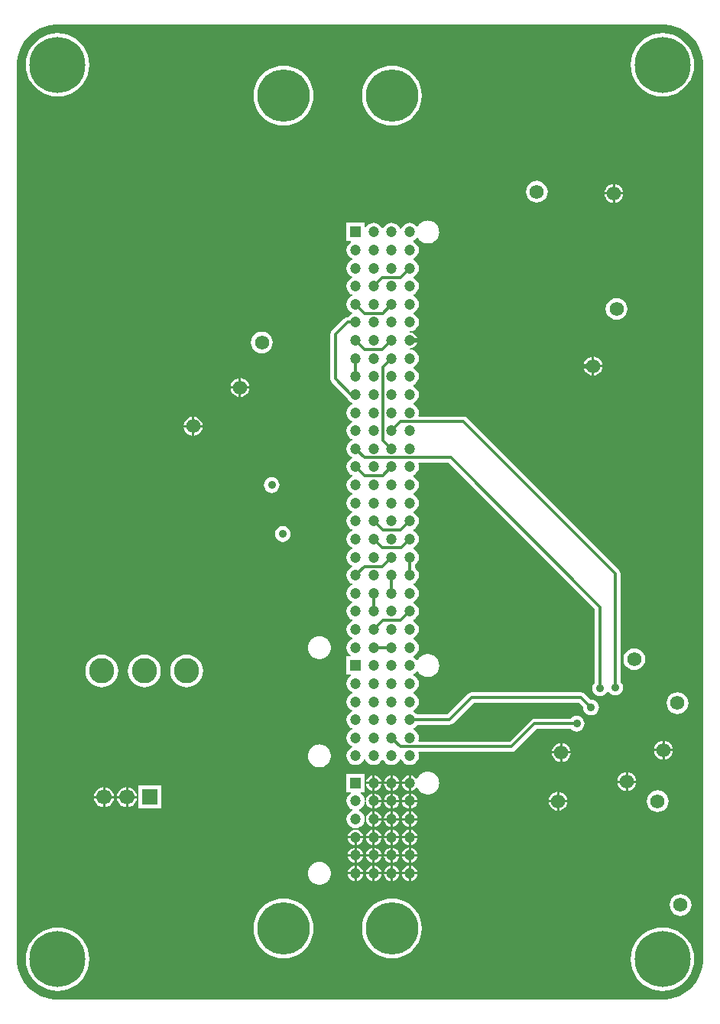
<source format=gbl>
G04 Layer_Physical_Order=8*
G04 Layer_Color=16711680*
%FSLAX25Y25*%
%MOIN*%
G70*
G01*
G75*
%ADD21C,0.01200*%
%ADD23C,0.02000*%
%ADD24C,0.11024*%
%ADD25C,0.06693*%
%ADD26R,0.06693X0.06693*%
%ADD27C,0.04724*%
%ADD28R,0.04724X0.04724*%
%ADD29C,0.06200*%
%ADD30C,0.24410*%
%ADD31C,0.03600*%
%ADD32C,0.22835*%
G36*
X365655Y426793D02*
X367889Y426194D01*
X370026Y425309D01*
X372029Y424152D01*
X373864Y422744D01*
X375500Y421108D01*
X376908Y419273D01*
X378065Y417270D01*
X378950Y415133D01*
X379549Y412899D01*
X379851Y410605D01*
Y409449D01*
Y19685D01*
Y18528D01*
X379549Y16235D01*
X378950Y14001D01*
X378065Y11864D01*
X376908Y9860D01*
X375500Y8025D01*
X373864Y6390D01*
X372029Y4981D01*
X370026Y3825D01*
X367889Y2940D01*
X365655Y2341D01*
X363361Y2039D01*
X97269D01*
X94975Y2341D01*
X92741Y2940D01*
X90604Y3825D01*
X88601Y4981D01*
X86765Y6390D01*
X85130Y8025D01*
X83722Y9860D01*
X82565Y11864D01*
X81680Y14001D01*
X81081Y16235D01*
X80779Y18528D01*
Y19685D01*
Y409449D01*
Y410605D01*
X81081Y412899D01*
X81680Y415133D01*
X82565Y417270D01*
X83722Y419273D01*
X85130Y421108D01*
X86765Y422744D01*
X88601Y424152D01*
X90604Y425309D01*
X92741Y426194D01*
X94975Y426793D01*
X97269Y427095D01*
X363361D01*
X365655Y426793D01*
D02*
G37*
%LPC*%
G36*
X362205Y423296D02*
X360038Y423126D01*
X357926Y422618D01*
X355918Y421787D01*
X354065Y420652D01*
X352413Y419240D01*
X351002Y417588D01*
X349867Y415735D01*
X349035Y413728D01*
X348528Y411615D01*
X348357Y409449D01*
X348528Y407283D01*
X349035Y405170D01*
X349867Y403162D01*
X351002Y401309D01*
X352413Y399657D01*
X354065Y398246D01*
X355918Y397111D01*
X357926Y396279D01*
X360038Y395772D01*
X362205Y395601D01*
X364371Y395772D01*
X366484Y396279D01*
X368491Y397111D01*
X370344Y398246D01*
X371996Y399657D01*
X373408Y401309D01*
X374543Y403162D01*
X375374Y405170D01*
X375882Y407283D01*
X376052Y409449D01*
X375882Y411615D01*
X375374Y413728D01*
X374543Y415735D01*
X373408Y417588D01*
X371996Y419240D01*
X370344Y420652D01*
X368491Y421787D01*
X366484Y422618D01*
X364371Y423126D01*
X362205Y423296D01*
D02*
G37*
G36*
X98425D02*
X96259Y423126D01*
X94146Y422618D01*
X92139Y421787D01*
X90286Y420652D01*
X88634Y419240D01*
X87222Y417588D01*
X86087Y415735D01*
X85255Y413728D01*
X84748Y411615D01*
X84578Y409449D01*
X84748Y407283D01*
X85255Y405170D01*
X86087Y403162D01*
X87222Y401309D01*
X88634Y399657D01*
X90286Y398246D01*
X92139Y397111D01*
X94146Y396279D01*
X96259Y395772D01*
X98425Y395601D01*
X100591Y395772D01*
X102704Y396279D01*
X104712Y397111D01*
X106564Y398246D01*
X108217Y399657D01*
X109628Y401309D01*
X110763Y403162D01*
X111595Y405170D01*
X112102Y407283D01*
X112273Y409449D01*
X112102Y411615D01*
X111595Y413728D01*
X110763Y415735D01*
X109628Y417588D01*
X108217Y419240D01*
X106564Y420652D01*
X104712Y421787D01*
X102704Y422618D01*
X100591Y423126D01*
X98425Y423296D01*
D02*
G37*
G36*
X244193Y409071D02*
X242150Y408911D01*
X240158Y408432D01*
X238265Y407648D01*
X236518Y406578D01*
X234960Y405247D01*
X233629Y403689D01*
X232558Y401942D01*
X231774Y400049D01*
X231296Y398056D01*
X231135Y396014D01*
X231296Y393971D01*
X231774Y391979D01*
X232558Y390086D01*
X233629Y388339D01*
X234960Y386781D01*
X236518Y385450D01*
X238265Y384379D01*
X240158Y383595D01*
X242150Y383117D01*
X244193Y382956D01*
X246236Y383117D01*
X248228Y383595D01*
X250121Y384379D01*
X251868Y385450D01*
X253426Y386781D01*
X254757Y388339D01*
X255827Y390086D01*
X256611Y391979D01*
X257090Y393971D01*
X257250Y396014D01*
X257090Y398056D01*
X256611Y400049D01*
X255827Y401942D01*
X254757Y403689D01*
X253426Y405247D01*
X251868Y406578D01*
X250121Y407648D01*
X248228Y408432D01*
X246236Y408911D01*
X244193Y409071D01*
D02*
G37*
G36*
X196949D02*
X194906Y408911D01*
X192914Y408432D01*
X191021Y407648D01*
X189274Y406578D01*
X187716Y405247D01*
X186385Y403689D01*
X185314Y401942D01*
X184530Y400049D01*
X184052Y398056D01*
X183891Y396014D01*
X184052Y393971D01*
X184530Y391979D01*
X185314Y390086D01*
X186385Y388339D01*
X187716Y386781D01*
X189274Y385450D01*
X191021Y384379D01*
X192914Y383595D01*
X194906Y383117D01*
X196949Y382956D01*
X198992Y383117D01*
X200984Y383595D01*
X202877Y384379D01*
X204624Y385450D01*
X206182Y386781D01*
X207513Y388339D01*
X208583Y390086D01*
X209367Y391979D01*
X209846Y393971D01*
X210006Y396014D01*
X209846Y398056D01*
X209367Y400049D01*
X208583Y401942D01*
X207513Y403689D01*
X206182Y405247D01*
X204624Y406578D01*
X202877Y407648D01*
X200984Y408432D01*
X198992Y408911D01*
X196949Y409071D01*
D02*
G37*
G36*
X341553Y357517D02*
Y353947D01*
X345123D01*
X345047Y354517D01*
X344634Y355515D01*
X343977Y356371D01*
X343121Y357028D01*
X342123Y357441D01*
X341553Y357517D01*
D02*
G37*
G36*
X340553D02*
X339983Y357441D01*
X338985Y357028D01*
X338129Y356371D01*
X337472Y355515D01*
X337058Y354517D01*
X336983Y353947D01*
X340553D01*
Y357517D01*
D02*
G37*
G36*
X307400Y358941D02*
X306173Y358779D01*
X305030Y358306D01*
X304048Y357552D01*
X303294Y356570D01*
X302821Y355427D01*
X302659Y354200D01*
X302821Y352973D01*
X303294Y351830D01*
X304048Y350848D01*
X305030Y350095D01*
X306173Y349621D01*
X307400Y349459D01*
X308627Y349621D01*
X309770Y350095D01*
X310752Y350848D01*
X311506Y351830D01*
X311979Y352973D01*
X312141Y354200D01*
X311979Y355427D01*
X311506Y356570D01*
X310752Y357552D01*
X309770Y358306D01*
X308627Y358779D01*
X307400Y358941D01*
D02*
G37*
G36*
X345123Y352947D02*
X341553D01*
Y349377D01*
X342123Y349453D01*
X343121Y349866D01*
X343977Y350523D01*
X344634Y351379D01*
X345047Y352377D01*
X345123Y352947D01*
D02*
G37*
G36*
X340553D02*
X336983D01*
X337058Y352377D01*
X337472Y351379D01*
X338129Y350523D01*
X338985Y349866D01*
X339983Y349453D01*
X340553Y349377D01*
Y352947D01*
D02*
G37*
G36*
X260133Y341608D02*
X259552D01*
X259355Y341569D01*
X259154Y341569D01*
X258583Y341455D01*
X258398Y341378D01*
X258201Y341339D01*
X257663Y341117D01*
X257497Y341005D01*
X257311Y340928D01*
X256827Y340605D01*
X256685Y340463D01*
X256518Y340352D01*
X256107Y339940D01*
X255995Y339773D01*
X255854Y339631D01*
X255586Y339231D01*
X255279Y339160D01*
X255007Y339174D01*
X254997Y339178D01*
X254794Y339442D01*
X253967Y340077D01*
X253003Y340476D01*
X251969Y340613D01*
X250934Y340476D01*
X249970Y340077D01*
X249143Y339442D01*
X248507Y338614D01*
X248302Y338118D01*
X247761D01*
X247555Y338614D01*
X246920Y339442D01*
X246093Y340077D01*
X245129Y340476D01*
X244094Y340613D01*
X243060Y340476D01*
X242096Y340077D01*
X241269Y339442D01*
X240634Y338614D01*
X240428Y338118D01*
X239887D01*
X239682Y338614D01*
X239046Y339442D01*
X238219Y340077D01*
X237255Y340476D01*
X236221Y340613D01*
X235186Y340476D01*
X234222Y340077D01*
X233395Y339442D01*
X232809Y338678D01*
X232577Y338696D01*
X232309Y338817D01*
Y340578D01*
X224384D01*
Y332654D01*
X226146D01*
X226267Y332385D01*
X226284Y332154D01*
X225521Y331568D01*
X224886Y330740D01*
X224486Y329777D01*
X224350Y328742D01*
X224486Y327708D01*
X224886Y326744D01*
X225521Y325916D01*
X226348Y325281D01*
X226844Y325076D01*
Y324535D01*
X226348Y324329D01*
X225521Y323694D01*
X224886Y322866D01*
X224486Y321902D01*
X224350Y320868D01*
X224486Y319834D01*
X224886Y318870D01*
X225521Y318042D01*
X226348Y317407D01*
X226844Y317202D01*
Y316660D01*
X226348Y316455D01*
X225521Y315820D01*
X224886Y314992D01*
X224486Y314028D01*
X224350Y312994D01*
X224486Y311960D01*
X224886Y310996D01*
X225521Y310168D01*
X226348Y309533D01*
X226844Y309328D01*
Y308787D01*
X226348Y308581D01*
X225521Y307946D01*
X224886Y307118D01*
X224486Y306154D01*
X224350Y305120D01*
X224486Y304086D01*
X224886Y303122D01*
X225521Y302294D01*
X226348Y301659D01*
X226844Y301454D01*
Y300912D01*
X226348Y300707D01*
X225521Y300072D01*
X225073Y299489D01*
X224846D01*
X223988Y299318D01*
X223260Y298832D01*
X218014Y293586D01*
X217528Y292858D01*
X217357Y292000D01*
Y272600D01*
X217528Y271742D01*
X218014Y271014D01*
X224609Y264418D01*
X224886Y263752D01*
X225521Y262924D01*
X226348Y262289D01*
X226844Y262084D01*
Y261542D01*
X226348Y261337D01*
X225521Y260702D01*
X224886Y259874D01*
X224486Y258910D01*
X224350Y257876D01*
X224486Y256842D01*
X224886Y255878D01*
X225521Y255050D01*
X226348Y254415D01*
X226844Y254210D01*
Y253668D01*
X226348Y253463D01*
X225521Y252828D01*
X224886Y252000D01*
X224486Y251036D01*
X224350Y250002D01*
X224486Y248968D01*
X224886Y248004D01*
X225521Y247176D01*
X226348Y246541D01*
X226844Y246336D01*
Y245794D01*
X226348Y245589D01*
X225521Y244954D01*
X224886Y244126D01*
X224486Y243162D01*
X224350Y242128D01*
X224486Y241094D01*
X224886Y240130D01*
X225521Y239302D01*
X226348Y238667D01*
X226844Y238461D01*
Y237920D01*
X226348Y237715D01*
X225521Y237080D01*
X224886Y236252D01*
X224486Y235288D01*
X224350Y234254D01*
X224486Y233220D01*
X224886Y232256D01*
X225521Y231428D01*
X226348Y230793D01*
X226844Y230588D01*
Y230046D01*
X226348Y229841D01*
X225521Y229206D01*
X224886Y228378D01*
X224486Y227414D01*
X224350Y226380D01*
X224486Y225346D01*
X224886Y224382D01*
X225521Y223554D01*
X226348Y222919D01*
X226844Y222713D01*
Y222172D01*
X226348Y221967D01*
X225521Y221332D01*
X224886Y220504D01*
X224486Y219540D01*
X224350Y218506D01*
X224486Y217472D01*
X224886Y216508D01*
X225521Y215680D01*
X226348Y215045D01*
X226844Y214840D01*
Y214298D01*
X226348Y214093D01*
X225521Y213458D01*
X224886Y212630D01*
X224486Y211666D01*
X224350Y210632D01*
X224486Y209598D01*
X224886Y208634D01*
X225521Y207806D01*
X226348Y207171D01*
X226844Y206965D01*
Y206424D01*
X226348Y206219D01*
X225521Y205584D01*
X224886Y204756D01*
X224486Y203792D01*
X224350Y202758D01*
X224486Y201724D01*
X224886Y200760D01*
X225521Y199932D01*
X226348Y199297D01*
X226844Y199091D01*
Y198550D01*
X226348Y198345D01*
X225521Y197710D01*
X224886Y196882D01*
X224486Y195918D01*
X224350Y194884D01*
X224486Y193850D01*
X224886Y192886D01*
X225521Y192058D01*
X226348Y191423D01*
X226844Y191218D01*
Y190676D01*
X226348Y190471D01*
X225521Y189836D01*
X224886Y189008D01*
X224486Y188044D01*
X224350Y187010D01*
X224486Y185976D01*
X224886Y185012D01*
X225521Y184184D01*
X226348Y183549D01*
X226844Y183343D01*
Y182802D01*
X226348Y182597D01*
X225521Y181962D01*
X224886Y181134D01*
X224486Y180170D01*
X224350Y179136D01*
X224486Y178102D01*
X224886Y177138D01*
X225521Y176310D01*
X226348Y175675D01*
X226844Y175469D01*
Y174928D01*
X226348Y174723D01*
X225521Y174088D01*
X224886Y173260D01*
X224486Y172296D01*
X224350Y171262D01*
X224486Y170228D01*
X224886Y169264D01*
X225521Y168436D01*
X226348Y167801D01*
X226844Y167595D01*
Y167054D01*
X226348Y166849D01*
X225521Y166214D01*
X224886Y165386D01*
X224486Y164422D01*
X224350Y163388D01*
X224486Y162354D01*
X224886Y161390D01*
X225521Y160562D01*
X226348Y159927D01*
X226844Y159721D01*
Y159180D01*
X226348Y158975D01*
X225521Y158340D01*
X224886Y157512D01*
X224486Y156548D01*
X224350Y155514D01*
X224486Y154479D01*
X224886Y153516D01*
X225521Y152688D01*
X226286Y152101D01*
X226269Y151876D01*
X226147Y151601D01*
X224384D01*
Y143677D01*
X226146D01*
X226267Y143408D01*
X226284Y143177D01*
X225521Y142591D01*
X224886Y141763D01*
X224486Y140799D01*
X224350Y139765D01*
X224486Y138730D01*
X224886Y137767D01*
X225521Y136939D01*
X226348Y136304D01*
X226844Y136098D01*
Y135557D01*
X226348Y135352D01*
X225521Y134717D01*
X224886Y133889D01*
X224486Y132925D01*
X224350Y131891D01*
X224486Y130856D01*
X224886Y129893D01*
X225521Y129065D01*
X226348Y128430D01*
X226844Y128224D01*
Y127683D01*
X226348Y127478D01*
X225521Y126843D01*
X224886Y126015D01*
X224486Y125051D01*
X224350Y124017D01*
X224486Y122982D01*
X224886Y122019D01*
X225521Y121191D01*
X226348Y120556D01*
X226844Y120350D01*
Y119809D01*
X226348Y119604D01*
X225521Y118969D01*
X224886Y118141D01*
X224486Y117177D01*
X224350Y116143D01*
X224486Y115108D01*
X224886Y114145D01*
X225521Y113317D01*
X226348Y112682D01*
X226844Y112476D01*
Y111935D01*
X226348Y111730D01*
X225521Y111095D01*
X224886Y110267D01*
X224486Y109303D01*
X224350Y108269D01*
X224486Y107234D01*
X224886Y106271D01*
X225521Y105443D01*
X226348Y104808D01*
X227312Y104409D01*
X228346Y104272D01*
X229381Y104409D01*
X230345Y104808D01*
X231172Y105443D01*
X231807Y106271D01*
X232013Y106766D01*
X232554D01*
X232759Y106271D01*
X233395Y105443D01*
X234222Y104808D01*
X235186Y104409D01*
X236221Y104272D01*
X237255Y104409D01*
X238219Y104808D01*
X239046Y105443D01*
X239682Y106271D01*
X239887Y106766D01*
X240428D01*
X240634Y106271D01*
X241269Y105443D01*
X242096Y104808D01*
X243060Y104409D01*
X244094Y104272D01*
X245129Y104409D01*
X246093Y104808D01*
X246920Y105443D01*
X247555Y106271D01*
X247761Y106766D01*
X248302D01*
X248507Y106271D01*
X249143Y105443D01*
X249970Y104808D01*
X250934Y104409D01*
X251969Y104272D01*
X253003Y104409D01*
X253967Y104808D01*
X254794Y105443D01*
X255430Y106271D01*
X255829Y107234D01*
X255965Y108269D01*
X255829Y109303D01*
X255689Y109641D01*
X255966Y110057D01*
X296400D01*
X297258Y110228D01*
X297986Y110714D01*
X307329Y120057D01*
X322236D01*
X322375Y119875D01*
X323085Y119330D01*
X323912Y118988D01*
X324800Y118871D01*
X325688Y118988D01*
X326515Y119330D01*
X327225Y119875D01*
X327770Y120585D01*
X328113Y121412D01*
X328229Y122300D01*
X328113Y123188D01*
X327770Y124015D01*
X327225Y124725D01*
X326515Y125270D01*
X325688Y125612D01*
X324800Y125729D01*
X323912Y125612D01*
X323085Y125270D01*
X322375Y124725D01*
X322236Y124543D01*
X306400D01*
X305542Y124372D01*
X304814Y123886D01*
X295471Y114543D01*
X256045D01*
X255767Y114959D01*
X255829Y115108D01*
X255965Y116143D01*
X255829Y117177D01*
X255430Y118141D01*
X254794Y118969D01*
X253967Y119604D01*
X253471Y119809D01*
Y120350D01*
X253967Y120556D01*
X254794Y121191D01*
X255242Y121774D01*
X269217D01*
X270075Y121944D01*
X270803Y122431D01*
X279929Y131557D01*
X325771D01*
X327701Y129627D01*
X327671Y129400D01*
X327787Y128512D01*
X328130Y127685D01*
X328675Y126975D01*
X329385Y126430D01*
X330212Y126087D01*
X331100Y125971D01*
X331988Y126087D01*
X332815Y126430D01*
X333525Y126975D01*
X334070Y127685D01*
X334413Y128512D01*
X334529Y129400D01*
X334413Y130288D01*
X334070Y131115D01*
X333525Y131825D01*
X332815Y132370D01*
X331988Y132712D01*
X331100Y132829D01*
X330873Y132799D01*
X328286Y135386D01*
X327558Y135872D01*
X326700Y136043D01*
X279000D01*
X278142Y135872D01*
X277414Y135386D01*
X268288Y126260D01*
X255242D01*
X254794Y126843D01*
X253967Y127478D01*
X253471Y127683D01*
Y128224D01*
X253967Y128430D01*
X254794Y129065D01*
X255430Y129893D01*
X255829Y130856D01*
X255965Y131891D01*
X255829Y132925D01*
X255430Y133889D01*
X254794Y134717D01*
X253967Y135352D01*
X253471Y135557D01*
Y136098D01*
X253967Y136304D01*
X254794Y136939D01*
X255430Y137767D01*
X255829Y138730D01*
X255965Y139765D01*
X255829Y140799D01*
X255430Y141763D01*
X254794Y142591D01*
X253967Y143226D01*
X253471Y143431D01*
Y143972D01*
X253967Y144178D01*
X254794Y144813D01*
X254997Y145076D01*
X255007Y145081D01*
X255279Y145095D01*
X255586Y145024D01*
X255854Y144624D01*
X255995Y144482D01*
X256107Y144315D01*
X256518Y143903D01*
X256685Y143792D01*
X256827Y143650D01*
X257311Y143326D01*
X257497Y143250D01*
X257663Y143138D01*
X258201Y142915D01*
X258398Y142876D01*
X258583Y142799D01*
X259154Y142686D01*
X259355D01*
X259552Y142647D01*
X260133D01*
X260330Y142686D01*
X260531D01*
X261102Y142799D01*
X261287Y142876D01*
X261484Y142915D01*
X262021Y143138D01*
X262189Y143250D01*
X262374Y143326D01*
X262858Y143650D01*
X263000Y143792D01*
X263167Y143903D01*
X263578Y144315D01*
X263690Y144482D01*
X263832Y144624D01*
X264155Y145107D01*
X264232Y145293D01*
X264343Y145460D01*
X264566Y145997D01*
X264605Y146194D01*
X264682Y146380D01*
X264795Y146950D01*
X264795Y147151D01*
X264834Y147348D01*
Y147930D01*
X264795Y148127D01*
X264795Y148327D01*
X264682Y148898D01*
X264605Y149083D01*
X264566Y149280D01*
X264343Y149818D01*
X264232Y149985D01*
X264155Y150170D01*
X263832Y150654D01*
X263690Y150796D01*
X263578Y150963D01*
X263167Y151374D01*
X263000Y151486D01*
X262858Y151628D01*
X262374Y151951D01*
X262189Y152028D01*
X262021Y152139D01*
X261484Y152362D01*
X261287Y152401D01*
X261102Y152478D01*
X260531Y152592D01*
X260330Y152592D01*
X260133Y152631D01*
X259552D01*
X259355Y152592D01*
X259154Y152592D01*
X258583Y152478D01*
X258398Y152401D01*
X258201Y152362D01*
X257663Y152139D01*
X257497Y152028D01*
X257311Y151951D01*
X256827Y151628D01*
X256685Y151486D01*
X256518Y151374D01*
X256107Y150963D01*
X255995Y150796D01*
X255854Y150654D01*
X255586Y150254D01*
X255279Y150183D01*
X255007Y150196D01*
X254997Y150201D01*
X254794Y150465D01*
X253967Y151100D01*
X253469Y151306D01*
Y151847D01*
X253967Y152053D01*
X254794Y152688D01*
X255430Y153516D01*
X255829Y154479D01*
X255965Y155514D01*
X255829Y156548D01*
X255430Y157512D01*
X254794Y158340D01*
X253967Y158975D01*
X253471Y159180D01*
Y159721D01*
X253967Y159927D01*
X254794Y160562D01*
X255430Y161390D01*
X255829Y162354D01*
X255965Y163388D01*
X255829Y164422D01*
X255430Y165386D01*
X254794Y166214D01*
X253967Y166849D01*
X253471Y167054D01*
Y167595D01*
X253967Y167801D01*
X254794Y168436D01*
X255430Y169264D01*
X255829Y170228D01*
X255965Y171262D01*
X255829Y172296D01*
X255430Y173260D01*
X254794Y174088D01*
X253967Y174723D01*
X253471Y174928D01*
Y175469D01*
X253967Y175675D01*
X254794Y176310D01*
X255430Y177138D01*
X255829Y178102D01*
X255965Y179136D01*
X255829Y180170D01*
X255430Y181134D01*
X254794Y181962D01*
X253967Y182597D01*
X253471Y182802D01*
Y183343D01*
X253967Y183549D01*
X254794Y184184D01*
X255430Y185012D01*
X255829Y185976D01*
X255965Y187010D01*
X255829Y188044D01*
X255430Y189008D01*
X254794Y189836D01*
X254212Y190283D01*
Y191611D01*
X254794Y192058D01*
X255430Y192886D01*
X255829Y193850D01*
X255965Y194884D01*
X255829Y195918D01*
X255430Y196882D01*
X254794Y197710D01*
X253967Y198345D01*
X253471Y198550D01*
Y199091D01*
X253967Y199297D01*
X254794Y199932D01*
X255430Y200760D01*
X255829Y201724D01*
X255965Y202758D01*
X255829Y203792D01*
X255430Y204756D01*
X254794Y205584D01*
X253967Y206219D01*
X253471Y206424D01*
Y206965D01*
X253967Y207171D01*
X254794Y207806D01*
X255430Y208634D01*
X255829Y209598D01*
X255965Y210632D01*
X255829Y211666D01*
X255430Y212630D01*
X254794Y213458D01*
X253967Y214093D01*
X253471Y214298D01*
Y214840D01*
X253967Y215045D01*
X254794Y215680D01*
X255430Y216508D01*
X255829Y217472D01*
X255965Y218506D01*
X255829Y219540D01*
X255430Y220504D01*
X254794Y221332D01*
X253967Y221967D01*
X253471Y222172D01*
Y222713D01*
X253967Y222919D01*
X254794Y223554D01*
X255430Y224382D01*
X255829Y225346D01*
X255965Y226380D01*
X255829Y227414D01*
X255430Y228378D01*
X254794Y229206D01*
X253967Y229841D01*
X253471Y230046D01*
Y230588D01*
X253967Y230793D01*
X254794Y231428D01*
X255430Y232256D01*
X255829Y233220D01*
X255965Y234254D01*
X255829Y235288D01*
X255683Y235641D01*
X255960Y236057D01*
X268971D01*
X332757Y172271D01*
Y140364D01*
X332575Y140225D01*
X332030Y139515D01*
X331687Y138688D01*
X331571Y137800D01*
X331687Y136912D01*
X332030Y136085D01*
X332575Y135375D01*
X333285Y134830D01*
X334112Y134487D01*
X335000Y134371D01*
X335888Y134487D01*
X336715Y134830D01*
X337425Y135375D01*
X337970Y136085D01*
X338141Y136500D01*
X338683D01*
X338730Y136385D01*
X339275Y135675D01*
X339985Y135130D01*
X340812Y134787D01*
X341700Y134671D01*
X342588Y134787D01*
X343415Y135130D01*
X344125Y135675D01*
X344670Y136385D01*
X345012Y137212D01*
X345129Y138100D01*
X345012Y138988D01*
X344670Y139815D01*
X344125Y140525D01*
X343943Y140664D01*
Y187700D01*
X343772Y188558D01*
X343286Y189286D01*
X276986Y255586D01*
X276258Y256072D01*
X275400Y256243D01*
X256031D01*
X255753Y256659D01*
X255829Y256842D01*
X255965Y257876D01*
X255829Y258910D01*
X255430Y259874D01*
X254794Y260702D01*
X253967Y261337D01*
X253471Y261542D01*
Y262084D01*
X253967Y262289D01*
X254794Y262924D01*
X255430Y263752D01*
X255829Y264716D01*
X255965Y265750D01*
X255829Y266784D01*
X255430Y267748D01*
X254794Y268576D01*
X253967Y269211D01*
X253471Y269416D01*
Y269958D01*
X253967Y270163D01*
X254794Y270798D01*
X255430Y271626D01*
X255829Y272590D01*
X255965Y273624D01*
X255829Y274658D01*
X255430Y275622D01*
X254794Y276450D01*
X253967Y277085D01*
X253471Y277290D01*
Y277832D01*
X253967Y278037D01*
X254794Y278672D01*
X255430Y279500D01*
X255829Y280464D01*
X255965Y281498D01*
X255829Y282532D01*
X255430Y283496D01*
X254794Y284324D01*
X253967Y284959D01*
X253003Y285358D01*
X252382Y285440D01*
X252036Y285486D01*
Y285878D01*
X252306Y286025D01*
X252382Y286035D01*
X252846Y286096D01*
X253664Y286435D01*
X254366Y286974D01*
X254905Y287676D01*
X255244Y288494D01*
X255294Y288872D01*
X251969D01*
Y289872D01*
X255294D01*
X255244Y290250D01*
X254905Y291068D01*
X254366Y291770D01*
X253664Y292309D01*
X252846Y292648D01*
X252382Y292709D01*
X252036Y292754D01*
Y293259D01*
X252382Y293304D01*
X253003Y293386D01*
X253967Y293785D01*
X254794Y294420D01*
X255430Y295248D01*
X255829Y296212D01*
X255965Y297246D01*
X255829Y298280D01*
X255430Y299244D01*
X254794Y300072D01*
X253967Y300707D01*
X253471Y300912D01*
Y301454D01*
X253967Y301659D01*
X254794Y302294D01*
X255430Y303122D01*
X255829Y304086D01*
X255965Y305120D01*
X255829Y306154D01*
X255430Y307118D01*
X254794Y307946D01*
X253967Y308581D01*
X253471Y308787D01*
Y309328D01*
X253967Y309533D01*
X254794Y310168D01*
X255430Y310996D01*
X255829Y311960D01*
X255965Y312994D01*
X255829Y314028D01*
X255430Y314992D01*
X254794Y315820D01*
X253967Y316455D01*
X253471Y316660D01*
Y317202D01*
X253967Y317407D01*
X254794Y318042D01*
X255430Y318870D01*
X255829Y319834D01*
X255965Y320868D01*
X255829Y321902D01*
X255430Y322866D01*
X254794Y323694D01*
X253967Y324329D01*
X253471Y324535D01*
Y325076D01*
X253967Y325281D01*
X254794Y325916D01*
X255430Y326744D01*
X255829Y327708D01*
X255965Y328742D01*
X255829Y329777D01*
X255430Y330740D01*
X254794Y331568D01*
X253967Y332203D01*
X253471Y332408D01*
Y332950D01*
X253967Y333155D01*
X254794Y333790D01*
X254997Y334054D01*
X255007Y334059D01*
X255279Y334072D01*
X255586Y334001D01*
X255854Y333601D01*
X255995Y333459D01*
X256107Y333292D01*
X256518Y332881D01*
X256685Y332769D01*
X256827Y332627D01*
X257311Y332304D01*
X257497Y332227D01*
X257663Y332116D01*
X258201Y331893D01*
X258398Y331854D01*
X258583Y331777D01*
X259154Y331663D01*
X259355D01*
X259552Y331624D01*
X260133D01*
X260330Y331663D01*
X260531D01*
X261102Y331777D01*
X261287Y331854D01*
X261484Y331893D01*
X262021Y332116D01*
X262189Y332227D01*
X262374Y332304D01*
X262858Y332627D01*
X263000Y332769D01*
X263167Y332881D01*
X263578Y333292D01*
X263690Y333459D01*
X263832Y333601D01*
X264155Y334085D01*
X264232Y334270D01*
X264343Y334437D01*
X264566Y334975D01*
X264605Y335172D01*
X264682Y335357D01*
X264795Y335928D01*
X264795Y336128D01*
X264834Y336325D01*
Y336907D01*
X264795Y337104D01*
X264795Y337305D01*
X264682Y337875D01*
X264605Y338061D01*
X264566Y338258D01*
X264343Y338795D01*
X264232Y338962D01*
X264155Y339148D01*
X263832Y339631D01*
X263690Y339773D01*
X263578Y339940D01*
X263167Y340352D01*
X263000Y340463D01*
X262858Y340605D01*
X262374Y340928D01*
X262189Y341005D01*
X262021Y341117D01*
X261484Y341339D01*
X261287Y341378D01*
X261102Y341455D01*
X260531Y341569D01*
X260330Y341569D01*
X260133Y341608D01*
D02*
G37*
G36*
X342200Y307841D02*
X340973Y307679D01*
X339830Y307206D01*
X338848Y306452D01*
X338094Y305470D01*
X337621Y304327D01*
X337459Y303100D01*
X337621Y301873D01*
X338094Y300730D01*
X338848Y299748D01*
X339830Y298994D01*
X340973Y298521D01*
X342200Y298359D01*
X343427Y298521D01*
X344570Y298994D01*
X345552Y299748D01*
X346305Y300730D01*
X346779Y301873D01*
X346941Y303100D01*
X346779Y304327D01*
X346305Y305470D01*
X345552Y306452D01*
X344570Y307206D01*
X343427Y307679D01*
X342200Y307841D01*
D02*
G37*
G36*
X187484Y293225D02*
X186257Y293063D01*
X185114Y292590D01*
X184132Y291836D01*
X183379Y290855D01*
X182905Y289711D01*
X182744Y288484D01*
X182905Y287257D01*
X183379Y286114D01*
X184132Y285132D01*
X185114Y284379D01*
X186257Y283905D01*
X187484Y283744D01*
X188711Y283905D01*
X189855Y284379D01*
X190836Y285132D01*
X191590Y286114D01*
X192063Y287257D01*
X192225Y288484D01*
X192063Y289711D01*
X191590Y290855D01*
X190836Y291836D01*
X189855Y292590D01*
X188711Y293063D01*
X187484Y293225D01*
D02*
G37*
G36*
X332390Y282280D02*
Y278710D01*
X335959D01*
X335884Y279280D01*
X335471Y280278D01*
X334814Y281134D01*
X333958Y281792D01*
X332960Y282205D01*
X332390Y282280D01*
D02*
G37*
G36*
X331390D02*
X330820Y282205D01*
X329822Y281792D01*
X328966Y281134D01*
X328308Y280278D01*
X327895Y279280D01*
X327820Y278710D01*
X331390D01*
Y282280D01*
D02*
G37*
G36*
X335959Y277710D02*
X332390D01*
Y274141D01*
X332960Y274216D01*
X333958Y274629D01*
X334814Y275286D01*
X335471Y276143D01*
X335884Y277140D01*
X335959Y277710D01*
D02*
G37*
G36*
X331390D02*
X327820D01*
X327895Y277140D01*
X328308Y276143D01*
X328966Y275286D01*
X329822Y274629D01*
X330820Y274216D01*
X331390Y274141D01*
Y277710D01*
D02*
G37*
G36*
X178453Y272922D02*
Y269353D01*
X182022D01*
X181947Y269923D01*
X181534Y270920D01*
X180877Y271777D01*
X180020Y272434D01*
X179023Y272847D01*
X178453Y272922D01*
D02*
G37*
G36*
X177453D02*
X176883Y272847D01*
X175885Y272434D01*
X175029Y271777D01*
X174371Y270920D01*
X173958Y269923D01*
X173883Y269353D01*
X177453D01*
Y272922D01*
D02*
G37*
G36*
X182022Y268353D02*
X178453D01*
Y264783D01*
X179023Y264858D01*
X180020Y265271D01*
X180877Y265929D01*
X181534Y266785D01*
X181947Y267782D01*
X182022Y268353D01*
D02*
G37*
G36*
X177453D02*
X173883D01*
X173958Y267782D01*
X174371Y266785D01*
X175029Y265929D01*
X175885Y265271D01*
X176883Y264858D01*
X177453Y264783D01*
Y268353D01*
D02*
G37*
G36*
X157980Y256038D02*
Y252468D01*
X161550D01*
X161475Y253039D01*
X161062Y254036D01*
X160405Y254893D01*
X159548Y255550D01*
X158551Y255963D01*
X157980Y256038D01*
D02*
G37*
G36*
X156980D02*
X156410Y255963D01*
X155413Y255550D01*
X154556Y254893D01*
X153899Y254036D01*
X153486Y253039D01*
X153411Y252468D01*
X156980D01*
Y256038D01*
D02*
G37*
G36*
X161550Y251468D02*
X157980D01*
Y247899D01*
X158551Y247974D01*
X159548Y248387D01*
X160405Y249044D01*
X161062Y249901D01*
X161475Y250898D01*
X161550Y251468D01*
D02*
G37*
G36*
X156980D02*
X153411D01*
X153486Y250898D01*
X153899Y249901D01*
X154556Y249044D01*
X155413Y248387D01*
X156410Y247974D01*
X156980Y247899D01*
Y251468D01*
D02*
G37*
G36*
X191800Y229729D02*
X190912Y229612D01*
X190085Y229270D01*
X189375Y228725D01*
X188830Y228015D01*
X188488Y227188D01*
X188371Y226300D01*
X188488Y225412D01*
X188830Y224585D01*
X189375Y223875D01*
X190085Y223330D01*
X190912Y222988D01*
X191800Y222871D01*
X192688Y222988D01*
X193515Y223330D01*
X194225Y223875D01*
X194770Y224585D01*
X195113Y225412D01*
X195229Y226300D01*
X195113Y227188D01*
X194770Y228015D01*
X194225Y228725D01*
X193515Y229270D01*
X192688Y229612D01*
X191800Y229729D01*
D02*
G37*
G36*
X196600Y208429D02*
X195712Y208313D01*
X194885Y207970D01*
X194175Y207425D01*
X193630Y206715D01*
X193288Y205888D01*
X193171Y205000D01*
X193288Y204112D01*
X193630Y203285D01*
X194175Y202575D01*
X194885Y202030D01*
X195712Y201688D01*
X196600Y201571D01*
X197488Y201688D01*
X198315Y202030D01*
X199025Y202575D01*
X199570Y203285D01*
X199913Y204112D01*
X200029Y205000D01*
X199913Y205888D01*
X199570Y206715D01*
X199025Y207425D01*
X198315Y207970D01*
X197488Y208313D01*
X196600Y208429D01*
D02*
G37*
G36*
X212889Y160506D02*
X212308D01*
X212111Y160467D01*
X211910Y160467D01*
X211339Y160353D01*
X211154Y160276D01*
X210957Y160237D01*
X210419Y160014D01*
X210252Y159903D01*
X210067Y159826D01*
X209583Y159503D01*
X209441Y159361D01*
X209274Y159249D01*
X208863Y158838D01*
X208751Y158671D01*
X208609Y158529D01*
X208286Y158045D01*
X208209Y157860D01*
X208098Y157693D01*
X207875Y157155D01*
X207836Y156958D01*
X207759Y156773D01*
X207646Y156202D01*
Y156002D01*
X207607Y155805D01*
Y155223D01*
X207646Y155026D01*
Y154825D01*
X207759Y154255D01*
X207836Y154069D01*
X207875Y153872D01*
X208098Y153335D01*
X208209Y153168D01*
X208286Y152982D01*
X208609Y152499D01*
X208751Y152357D01*
X208863Y152190D01*
X209274Y151778D01*
X209441Y151667D01*
X209583Y151525D01*
X210067Y151202D01*
X210252Y151125D01*
X210419Y151013D01*
X210957Y150791D01*
X211154Y150751D01*
X211339Y150674D01*
X211910Y150561D01*
X212111D01*
X212308Y150522D01*
X212889D01*
X213086Y150561D01*
X213287D01*
X213858Y150674D01*
X214043Y150751D01*
X214240Y150791D01*
X214777Y151013D01*
X214944Y151125D01*
X215130Y151202D01*
X215614Y151525D01*
X215756Y151667D01*
X215923Y151778D01*
X216334Y152190D01*
X216445Y152357D01*
X216587Y152499D01*
X216911Y152982D01*
X216987Y153168D01*
X217099Y153335D01*
X217322Y153872D01*
X217361Y154069D01*
X217438Y154255D01*
X217551Y154825D01*
X217551Y155026D01*
X217590Y155223D01*
Y155805D01*
X217551Y156002D01*
X217551Y156202D01*
X217438Y156773D01*
X217361Y156958D01*
X217322Y157155D01*
X217099Y157693D01*
X216987Y157860D01*
X216911Y158045D01*
X216587Y158529D01*
X216445Y158671D01*
X216334Y158838D01*
X215923Y159249D01*
X215756Y159361D01*
X215614Y159503D01*
X215130Y159826D01*
X214944Y159903D01*
X214777Y160014D01*
X214240Y160237D01*
X214043Y160276D01*
X213858Y160353D01*
X213287Y160467D01*
X213086Y160467D01*
X212889Y160506D01*
D02*
G37*
G36*
X349900Y155141D02*
X348673Y154979D01*
X347530Y154505D01*
X346548Y153752D01*
X345795Y152770D01*
X345321Y151627D01*
X345159Y150400D01*
X345321Y149173D01*
X345795Y148030D01*
X346548Y147048D01*
X347530Y146295D01*
X348673Y145821D01*
X349900Y145659D01*
X351127Y145821D01*
X352270Y146295D01*
X353252Y147048D01*
X354006Y148030D01*
X354479Y149173D01*
X354641Y150400D01*
X354479Y151627D01*
X354006Y152770D01*
X353252Y153752D01*
X352270Y154505D01*
X351127Y154979D01*
X349900Y155141D01*
D02*
G37*
G36*
X154724Y152422D02*
X153330Y152285D01*
X151990Y151878D01*
X150754Y151217D01*
X149671Y150329D01*
X148783Y149246D01*
X148122Y148010D01*
X147715Y146670D01*
X147578Y145276D01*
X147715Y143881D01*
X148122Y142541D01*
X148783Y141305D01*
X149671Y140223D01*
X150754Y139334D01*
X151990Y138673D01*
X153330Y138267D01*
X154724Y138129D01*
X156119Y138267D01*
X157459Y138673D01*
X158695Y139334D01*
X159777Y140223D01*
X160666Y141305D01*
X161327Y142541D01*
X161733Y143881D01*
X161871Y145276D01*
X161733Y146670D01*
X161327Y148010D01*
X160666Y149246D01*
X159777Y150329D01*
X158695Y151217D01*
X157459Y151878D01*
X156119Y152285D01*
X154724Y152422D01*
D02*
G37*
G36*
X136221D02*
X134826Y152285D01*
X133486Y151878D01*
X132250Y151217D01*
X131167Y150329D01*
X130279Y149246D01*
X129618Y148010D01*
X129212Y146670D01*
X129074Y145276D01*
X129212Y143881D01*
X129618Y142541D01*
X130279Y141305D01*
X131167Y140223D01*
X132250Y139334D01*
X133486Y138673D01*
X134826Y138267D01*
X136221Y138129D01*
X137615Y138267D01*
X138955Y138673D01*
X140191Y139334D01*
X141274Y140223D01*
X142162Y141305D01*
X142823Y142541D01*
X143229Y143881D01*
X143367Y145276D01*
X143229Y146670D01*
X142823Y148010D01*
X142162Y149246D01*
X141274Y150329D01*
X140191Y151217D01*
X138955Y151878D01*
X137615Y152285D01*
X136221Y152422D01*
D02*
G37*
G36*
X117717D02*
X116322Y152285D01*
X114982Y151878D01*
X113746Y151217D01*
X112663Y150329D01*
X111775Y149246D01*
X111114Y148010D01*
X110708Y146670D01*
X110570Y145276D01*
X110708Y143881D01*
X111114Y142541D01*
X111775Y141305D01*
X112663Y140223D01*
X113746Y139334D01*
X114982Y138673D01*
X116322Y138267D01*
X117717Y138129D01*
X119111Y138267D01*
X120451Y138673D01*
X121687Y139334D01*
X122770Y140223D01*
X123658Y141305D01*
X124319Y142541D01*
X124725Y143881D01*
X124863Y145276D01*
X124725Y146670D01*
X124319Y148010D01*
X123658Y149246D01*
X122770Y150329D01*
X121687Y151217D01*
X120451Y151878D01*
X119111Y152285D01*
X117717Y152422D01*
D02*
G37*
G36*
X368766Y136006D02*
X367539Y135845D01*
X366395Y135371D01*
X365413Y134618D01*
X364660Y133636D01*
X364187Y132492D01*
X364025Y131266D01*
X364187Y130039D01*
X364660Y128895D01*
X365413Y127913D01*
X366395Y127160D01*
X367539Y126687D01*
X368766Y126525D01*
X369992Y126687D01*
X371136Y127160D01*
X372118Y127913D01*
X372871Y128895D01*
X373345Y130039D01*
X373506Y131266D01*
X373345Y132492D01*
X372871Y133636D01*
X372118Y134618D01*
X371136Y135371D01*
X369992Y135845D01*
X368766Y136006D01*
D02*
G37*
G36*
X363200Y114870D02*
Y111300D01*
X366770D01*
X366694Y111870D01*
X366281Y112868D01*
X365624Y113724D01*
X364768Y114381D01*
X363770Y114795D01*
X363200Y114870D01*
D02*
G37*
G36*
X362200D02*
X361630Y114795D01*
X360632Y114381D01*
X359776Y113724D01*
X359119Y112868D01*
X358705Y111870D01*
X358630Y111300D01*
X362200D01*
Y114870D01*
D02*
G37*
G36*
X318621Y113890D02*
Y110321D01*
X322190D01*
X322115Y110891D01*
X321702Y111889D01*
X321045Y112745D01*
X320188Y113402D01*
X319191Y113815D01*
X318621Y113890D01*
D02*
G37*
G36*
X317621D02*
X317051Y113815D01*
X316053Y113402D01*
X315197Y112745D01*
X314540Y111889D01*
X314126Y110891D01*
X314051Y110321D01*
X317621D01*
Y113890D01*
D02*
G37*
G36*
X366770Y110300D02*
X363200D01*
Y106730D01*
X363770Y106806D01*
X364768Y107219D01*
X365624Y107876D01*
X366281Y108732D01*
X366694Y109730D01*
X366770Y110300D01*
D02*
G37*
G36*
X362200D02*
X358630D01*
X358705Y109730D01*
X359119Y108732D01*
X359776Y107876D01*
X360632Y107219D01*
X361630Y106806D01*
X362200Y106730D01*
Y110300D01*
D02*
G37*
G36*
X322190Y109321D02*
X318621D01*
Y105751D01*
X319191Y105826D01*
X320188Y106239D01*
X321045Y106897D01*
X321702Y107753D01*
X322115Y108750D01*
X322190Y109321D01*
D02*
G37*
G36*
X317621D02*
X314051D01*
X314126Y108750D01*
X314540Y107753D01*
X315197Y106897D01*
X316053Y106239D01*
X317051Y105826D01*
X317621Y105751D01*
Y109321D01*
D02*
G37*
G36*
X212889Y113261D02*
X212308D01*
X212111Y113221D01*
X211910Y113221D01*
X211339Y113108D01*
X211154Y113031D01*
X210957Y112992D01*
X210419Y112769D01*
X210252Y112658D01*
X210067Y112581D01*
X209583Y112258D01*
X209441Y112116D01*
X209274Y112004D01*
X208863Y111593D01*
X208751Y111426D01*
X208609Y111284D01*
X208286Y110800D01*
X208209Y110615D01*
X208098Y110448D01*
X207875Y109910D01*
X207836Y109713D01*
X207759Y109528D01*
X207646Y108957D01*
Y108756D01*
X207607Y108560D01*
Y107978D01*
X207646Y107781D01*
Y107580D01*
X207759Y107010D01*
X207836Y106824D01*
X207875Y106627D01*
X208098Y106090D01*
X208209Y105923D01*
X208286Y105737D01*
X208609Y105254D01*
X208751Y105112D01*
X208863Y104945D01*
X209274Y104533D01*
X209441Y104422D01*
X209583Y104280D01*
X210067Y103956D01*
X210252Y103880D01*
X210419Y103768D01*
X210957Y103545D01*
X211154Y103506D01*
X211339Y103429D01*
X211910Y103316D01*
X212111D01*
X212308Y103277D01*
X212889D01*
X213086Y103316D01*
X213287D01*
X213858Y103429D01*
X214043Y103506D01*
X214240Y103545D01*
X214777Y103768D01*
X214944Y103880D01*
X215130Y103956D01*
X215614Y104280D01*
X215756Y104422D01*
X215923Y104533D01*
X216334Y104945D01*
X216445Y105112D01*
X216587Y105254D01*
X216911Y105737D01*
X216987Y105923D01*
X217099Y106090D01*
X217322Y106627D01*
X217361Y106824D01*
X217438Y107009D01*
X217551Y107580D01*
X217551Y107781D01*
X217590Y107978D01*
Y108560D01*
X217551Y108756D01*
X217551Y108957D01*
X217438Y109528D01*
X217361Y109713D01*
X217322Y109910D01*
X217099Y110448D01*
X216987Y110615D01*
X216911Y110800D01*
X216587Y111284D01*
X216445Y111426D01*
X216334Y111593D01*
X215923Y112004D01*
X215756Y112116D01*
X215614Y112258D01*
X215130Y112581D01*
X214944Y112658D01*
X214777Y112769D01*
X214240Y112992D01*
X214043Y113031D01*
X213858Y113108D01*
X213287Y113221D01*
X213086Y113221D01*
X212889Y113261D01*
D02*
G37*
G36*
X260133Y101449D02*
X259552D01*
X259355Y101409D01*
X259154Y101409D01*
X258583Y101296D01*
X258398Y101219D01*
X258201Y101180D01*
X257663Y100957D01*
X257497Y100846D01*
X257311Y100769D01*
X256827Y100446D01*
X256685Y100304D01*
X256518Y100192D01*
X256107Y99781D01*
X255995Y99614D01*
X255854Y99472D01*
X255530Y98988D01*
X255453Y98803D01*
X255342Y98636D01*
X255280Y98486D01*
X254707Y98410D01*
X254366Y98855D01*
X253664Y99393D01*
X252846Y99732D01*
X252468Y99782D01*
Y96457D01*
Y93131D01*
X252846Y93181D01*
X253664Y93520D01*
X254366Y94059D01*
X254707Y94503D01*
X255280Y94428D01*
X255342Y94278D01*
X255453Y94111D01*
X255530Y93925D01*
X255854Y93441D01*
X255995Y93300D01*
X256107Y93133D01*
X256518Y92721D01*
X256685Y92610D01*
X256827Y92468D01*
X257311Y92144D01*
X257497Y92068D01*
X257663Y91956D01*
X258201Y91733D01*
X258398Y91694D01*
X258583Y91617D01*
X259154Y91504D01*
X259355D01*
X259552Y91465D01*
X260133D01*
X260330Y91504D01*
X260531D01*
X261102Y91617D01*
X261287Y91694D01*
X261484Y91733D01*
X262021Y91956D01*
X262189Y92068D01*
X262374Y92144D01*
X262858Y92468D01*
X263000Y92610D01*
X263167Y92721D01*
X263578Y93133D01*
X263690Y93300D01*
X263832Y93441D01*
X264155Y93925D01*
X264232Y94111D01*
X264343Y94278D01*
X264566Y94815D01*
X264605Y95012D01*
X264682Y95197D01*
X264795Y95768D01*
X264795Y95969D01*
X264834Y96166D01*
Y96747D01*
X264795Y96944D01*
X264795Y97145D01*
X264682Y97716D01*
X264605Y97901D01*
X264566Y98098D01*
X264343Y98636D01*
X264232Y98803D01*
X264155Y98988D01*
X263832Y99472D01*
X263690Y99614D01*
X263578Y99781D01*
X263167Y100192D01*
X263000Y100304D01*
X262858Y100446D01*
X262374Y100769D01*
X262189Y100846D01*
X262021Y100957D01*
X261484Y101180D01*
X261287Y101219D01*
X261102Y101296D01*
X260531Y101409D01*
X260330Y101409D01*
X260133Y101449D01*
D02*
G37*
G36*
X347200Y101070D02*
Y97500D01*
X350769D01*
X350694Y98070D01*
X350281Y99068D01*
X349624Y99924D01*
X348768Y100581D01*
X347770Y100995D01*
X347200Y101070D01*
D02*
G37*
G36*
X346200D02*
X345630Y100995D01*
X344632Y100581D01*
X343776Y99924D01*
X343119Y99068D01*
X342705Y98070D01*
X342631Y97500D01*
X346200D01*
Y101070D01*
D02*
G37*
G36*
X251468Y99782D02*
X251091Y99732D01*
X250273Y99393D01*
X249571Y98855D01*
X249032Y98152D01*
X248693Y97334D01*
X248643Y96957D01*
X251468D01*
Y99782D01*
D02*
G37*
G36*
X244595D02*
Y96957D01*
X247420D01*
X247370Y97334D01*
X247031Y98152D01*
X246492Y98855D01*
X245790Y99393D01*
X244972Y99732D01*
X244595Y99782D01*
D02*
G37*
G36*
X243595D02*
X243217Y99732D01*
X242399Y99393D01*
X241697Y98855D01*
X241158Y98152D01*
X240819Y97334D01*
X240769Y96957D01*
X243595D01*
Y99782D01*
D02*
G37*
G36*
X236720D02*
Y96957D01*
X239546D01*
X239496Y97334D01*
X239157Y98152D01*
X238618Y98855D01*
X237916Y99393D01*
X237098Y99732D01*
X236720Y99782D01*
D02*
G37*
G36*
X235720D02*
X235343Y99732D01*
X234525Y99393D01*
X233822Y98855D01*
X233284Y98152D01*
X232945Y97334D01*
X232895Y96957D01*
X235720D01*
Y99782D01*
D02*
G37*
G36*
X251468Y95957D02*
X248643D01*
X248693Y95579D01*
X249032Y94761D01*
X249571Y94059D01*
X250273Y93520D01*
X251091Y93181D01*
X251468Y93131D01*
Y95957D01*
D02*
G37*
G36*
X247420D02*
X244595D01*
Y93131D01*
X244972Y93181D01*
X245790Y93520D01*
X246492Y94059D01*
X247031Y94761D01*
X247370Y95579D01*
X247420Y95957D01*
D02*
G37*
G36*
X243595D02*
X240769D01*
X240819Y95579D01*
X241158Y94761D01*
X241697Y94059D01*
X242399Y93520D01*
X243217Y93181D01*
X243595Y93131D01*
Y95957D01*
D02*
G37*
G36*
X239546D02*
X236720D01*
Y93131D01*
X237098Y93181D01*
X237916Y93520D01*
X238618Y94059D01*
X239157Y94761D01*
X239496Y95579D01*
X239546Y95957D01*
D02*
G37*
G36*
X235720D02*
X232895D01*
X232945Y95579D01*
X233284Y94761D01*
X233822Y94059D01*
X234525Y93520D01*
X235343Y93181D01*
X235720Y93131D01*
Y95957D01*
D02*
G37*
G36*
X350769Y96500D02*
X347200D01*
Y92930D01*
X347770Y93006D01*
X348768Y93419D01*
X349624Y94076D01*
X350281Y94932D01*
X350694Y95930D01*
X350769Y96500D01*
D02*
G37*
G36*
X346200D02*
X342631D01*
X342705Y95930D01*
X343119Y94932D01*
X343776Y94076D01*
X344632Y93419D01*
X345630Y93006D01*
X346200Y92930D01*
Y96500D01*
D02*
G37*
G36*
X129139Y94618D02*
Y90800D01*
X132958D01*
X132874Y91435D01*
X132436Y92492D01*
X131739Y93400D01*
X130831Y94097D01*
X129774Y94535D01*
X129139Y94618D01*
D02*
G37*
G36*
X119140D02*
Y90800D01*
X122958D01*
X122874Y91435D01*
X122436Y92492D01*
X121739Y93400D01*
X120831Y94097D01*
X119774Y94535D01*
X119140Y94618D01*
D02*
G37*
G36*
X128139Y94618D02*
X127505Y94535D01*
X126447Y94097D01*
X125540Y93400D01*
X124843Y92492D01*
X124405Y91435D01*
X124321Y90800D01*
X128139D01*
Y94618D01*
D02*
G37*
G36*
X118140D02*
X117505Y94535D01*
X116447Y94097D01*
X115540Y93400D01*
X114843Y92492D01*
X114405Y91435D01*
X114321Y90800D01*
X118140D01*
Y94618D01*
D02*
G37*
G36*
X252468Y91908D02*
Y89083D01*
X255294D01*
X255244Y89460D01*
X254905Y90278D01*
X254366Y90981D01*
X253664Y91519D01*
X252846Y91858D01*
X252468Y91908D01*
D02*
G37*
G36*
X251468D02*
X251091Y91858D01*
X250273Y91519D01*
X249571Y90981D01*
X249032Y90278D01*
X248693Y89460D01*
X248643Y89083D01*
X251468D01*
Y91908D01*
D02*
G37*
G36*
X244595D02*
Y89083D01*
X247420D01*
X247370Y89460D01*
X247031Y90278D01*
X246492Y90981D01*
X245790Y91519D01*
X244972Y91858D01*
X244595Y91908D01*
D02*
G37*
G36*
X243595D02*
X243217Y91858D01*
X242399Y91519D01*
X241697Y90981D01*
X241158Y90278D01*
X240819Y89460D01*
X240769Y89083D01*
X243595D01*
Y91908D01*
D02*
G37*
G36*
X236720D02*
Y89083D01*
X239546D01*
X239496Y89460D01*
X239157Y90278D01*
X238618Y90981D01*
X237916Y91519D01*
X237098Y91858D01*
X236720Y91908D01*
D02*
G37*
G36*
X317221Y92590D02*
Y89021D01*
X320790D01*
X320715Y89591D01*
X320302Y90588D01*
X319645Y91445D01*
X318789Y92102D01*
X317791Y92515D01*
X317221Y92590D01*
D02*
G37*
G36*
X316221D02*
X315651Y92515D01*
X314653Y92102D01*
X313797Y91445D01*
X313140Y90588D01*
X312726Y89591D01*
X312651Y89021D01*
X316221D01*
Y92590D01*
D02*
G37*
G36*
X132958Y89800D02*
X129139D01*
Y85982D01*
X129774Y86065D01*
X130831Y86503D01*
X131739Y87200D01*
X132436Y88108D01*
X132874Y89165D01*
X132958Y89800D01*
D02*
G37*
G36*
X122958D02*
X119140D01*
Y85982D01*
X119774Y86065D01*
X120831Y86503D01*
X121739Y87200D01*
X122436Y88108D01*
X122874Y89165D01*
X122958Y89800D01*
D02*
G37*
G36*
X128139D02*
X124321D01*
X124405Y89165D01*
X124843Y88108D01*
X125540Y87200D01*
X126447Y86503D01*
X127505Y86065D01*
X128139Y85982D01*
Y89800D01*
D02*
G37*
G36*
X118140D02*
X114321D01*
X114405Y89165D01*
X114843Y88108D01*
X115540Y87200D01*
X116447Y86503D01*
X117505Y86065D01*
X118140Y85982D01*
Y89800D01*
D02*
G37*
G36*
X143586Y95246D02*
X133693D01*
Y85353D01*
X143586D01*
Y95246D01*
D02*
G37*
G36*
X255294Y88083D02*
X252468D01*
Y85257D01*
X252846Y85307D01*
X253664Y85646D01*
X254366Y86185D01*
X254905Y86887D01*
X255244Y87705D01*
X255294Y88083D01*
D02*
G37*
G36*
X251468D02*
X248643D01*
X248693Y87705D01*
X249032Y86887D01*
X249571Y86185D01*
X250273Y85646D01*
X251091Y85307D01*
X251468Y85257D01*
Y88083D01*
D02*
G37*
G36*
X247420D02*
X244595D01*
Y85257D01*
X244972Y85307D01*
X245790Y85646D01*
X246492Y86185D01*
X247031Y86887D01*
X247370Y87705D01*
X247420Y88083D01*
D02*
G37*
G36*
X243595D02*
X240769D01*
X240819Y87705D01*
X241158Y86887D01*
X241697Y86185D01*
X242399Y85646D01*
X243217Y85307D01*
X243595Y85257D01*
Y88083D01*
D02*
G37*
G36*
X239546D02*
X236720D01*
Y85257D01*
X237098Y85307D01*
X237916Y85646D01*
X238618Y86185D01*
X239157Y86887D01*
X239496Y87705D01*
X239546Y88083D01*
D02*
G37*
G36*
X232309Y100419D02*
X224384D01*
Y92494D01*
X226146D01*
X226267Y92226D01*
X226284Y91995D01*
X225521Y91408D01*
X224886Y90581D01*
X224486Y89617D01*
X224350Y88583D01*
X224486Y87548D01*
X224886Y86584D01*
X225521Y85757D01*
X226348Y85122D01*
X226844Y84916D01*
Y84375D01*
X226348Y84170D01*
X225521Y83534D01*
X224886Y82707D01*
X224486Y81743D01*
X224350Y80709D01*
X224486Y79674D01*
X224886Y78710D01*
X225521Y77883D01*
X226348Y77248D01*
X227312Y76848D01*
X227933Y76767D01*
X228278Y76721D01*
Y76217D01*
X227469Y76110D01*
X226651Y75771D01*
X225949Y75233D01*
X225410Y74530D01*
X225071Y73712D01*
X225021Y73335D01*
X231672D01*
X231622Y73712D01*
X231283Y74530D01*
X230744Y75233D01*
X230042Y75771D01*
X229224Y76110D01*
X228414Y76217D01*
Y76721D01*
X228760Y76767D01*
X229381Y76848D01*
X230345Y77248D01*
X231172Y77883D01*
X231807Y78710D01*
X232207Y79674D01*
X232289Y80295D01*
X232334Y80641D01*
X232838D01*
X232945Y79831D01*
X233284Y79013D01*
X233822Y78311D01*
X234525Y77772D01*
X235343Y77433D01*
X235720Y77383D01*
Y80709D01*
Y84034D01*
X235343Y83984D01*
X234525Y83645D01*
X233822Y83107D01*
X233284Y82404D01*
X232945Y81586D01*
X232838Y80777D01*
X232334D01*
X232289Y81122D01*
X232207Y81743D01*
X231807Y82707D01*
X231172Y83534D01*
X230345Y84170D01*
X229849Y84375D01*
Y84916D01*
X230345Y85122D01*
X231172Y85757D01*
X231807Y86584D01*
X232207Y87548D01*
X232289Y88169D01*
X232334Y88515D01*
X232838D01*
X232945Y87705D01*
X233284Y86887D01*
X233822Y86185D01*
X234525Y85646D01*
X235343Y85307D01*
X235720Y85257D01*
Y88583D01*
Y91908D01*
X235343Y91858D01*
X234525Y91519D01*
X233822Y90981D01*
X233284Y90278D01*
X232945Y89460D01*
X232838Y88651D01*
X232334D01*
X232289Y88996D01*
X232207Y89617D01*
X231807Y90581D01*
X231172Y91408D01*
X230409Y91995D01*
X230426Y92226D01*
X230547Y92494D01*
X232309D01*
Y100419D01*
D02*
G37*
G36*
X320790Y88021D02*
X317221D01*
Y84451D01*
X317791Y84526D01*
X318789Y84939D01*
X319645Y85597D01*
X320302Y86453D01*
X320715Y87450D01*
X320790Y88021D01*
D02*
G37*
G36*
X316221D02*
X312651D01*
X312726Y87450D01*
X313140Y86453D01*
X313797Y85597D01*
X314653Y84939D01*
X315651Y84526D01*
X316221Y84451D01*
Y88021D01*
D02*
G37*
G36*
X360121Y93261D02*
X358894Y93100D01*
X357751Y92626D01*
X356769Y91873D01*
X356015Y90891D01*
X355542Y89748D01*
X355380Y88521D01*
X355542Y87294D01*
X356015Y86150D01*
X356769Y85169D01*
X357751Y84415D01*
X358894Y83942D01*
X360121Y83780D01*
X361348Y83942D01*
X362491Y84415D01*
X363473Y85169D01*
X364226Y86150D01*
X364700Y87294D01*
X364861Y88521D01*
X364700Y89748D01*
X364226Y90891D01*
X363473Y91873D01*
X362491Y92626D01*
X361348Y93100D01*
X360121Y93261D01*
D02*
G37*
G36*
X252468Y84034D02*
Y81209D01*
X255294D01*
X255244Y81586D01*
X254905Y82404D01*
X254366Y83107D01*
X253664Y83645D01*
X252846Y83984D01*
X252468Y84034D01*
D02*
G37*
G36*
X251468D02*
X251091Y83984D01*
X250273Y83645D01*
X249571Y83107D01*
X249032Y82404D01*
X248693Y81586D01*
X248643Y81209D01*
X251468D01*
Y84034D01*
D02*
G37*
G36*
X244595D02*
Y81209D01*
X247420D01*
X247370Y81586D01*
X247031Y82404D01*
X246492Y83107D01*
X245790Y83645D01*
X244972Y83984D01*
X244595Y84034D01*
D02*
G37*
G36*
X243595D02*
X243217Y83984D01*
X242399Y83645D01*
X241697Y83107D01*
X241158Y82404D01*
X240819Y81586D01*
X240769Y81209D01*
X243595D01*
Y84034D01*
D02*
G37*
G36*
X236720D02*
Y81209D01*
X239546D01*
X239496Y81586D01*
X239157Y82404D01*
X238618Y83107D01*
X237916Y83645D01*
X237098Y83984D01*
X236720Y84034D01*
D02*
G37*
G36*
X255294Y80209D02*
X252468D01*
Y77383D01*
X252846Y77433D01*
X253664Y77772D01*
X254366Y78311D01*
X254905Y79013D01*
X255244Y79831D01*
X255294Y80209D01*
D02*
G37*
G36*
X251468D02*
X248643D01*
X248693Y79831D01*
X249032Y79013D01*
X249571Y78311D01*
X250273Y77772D01*
X251091Y77433D01*
X251468Y77383D01*
Y80209D01*
D02*
G37*
G36*
X247420D02*
X244595D01*
Y77383D01*
X244972Y77433D01*
X245790Y77772D01*
X246492Y78311D01*
X247031Y79013D01*
X247370Y79831D01*
X247420Y80209D01*
D02*
G37*
G36*
X243595D02*
X240769D01*
X240819Y79831D01*
X241158Y79013D01*
X241697Y78311D01*
X242399Y77772D01*
X243217Y77433D01*
X243595Y77383D01*
Y80209D01*
D02*
G37*
G36*
X239546D02*
X236720D01*
Y77383D01*
X237098Y77433D01*
X237916Y77772D01*
X238618Y78311D01*
X239157Y79013D01*
X239496Y79831D01*
X239546Y80209D01*
D02*
G37*
G36*
X252468Y76160D02*
Y73335D01*
X255294D01*
X255244Y73712D01*
X254905Y74530D01*
X254366Y75233D01*
X253664Y75771D01*
X252846Y76110D01*
X252468Y76160D01*
D02*
G37*
G36*
X251468D02*
X251091Y76110D01*
X250273Y75771D01*
X249571Y75233D01*
X249032Y74530D01*
X248693Y73712D01*
X248643Y73335D01*
X251468D01*
Y76160D01*
D02*
G37*
G36*
X244595D02*
Y73335D01*
X247420D01*
X247370Y73712D01*
X247031Y74530D01*
X246492Y75233D01*
X245790Y75771D01*
X244972Y76110D01*
X244595Y76160D01*
D02*
G37*
G36*
X243595D02*
X243217Y76110D01*
X242399Y75771D01*
X241697Y75233D01*
X241158Y74530D01*
X240819Y73712D01*
X240769Y73335D01*
X243595D01*
Y76160D01*
D02*
G37*
G36*
X236720D02*
Y73335D01*
X239546D01*
X239496Y73712D01*
X239157Y74530D01*
X238618Y75233D01*
X237916Y75771D01*
X237098Y76110D01*
X236720Y76160D01*
D02*
G37*
G36*
X235720D02*
X235343Y76110D01*
X234525Y75771D01*
X233822Y75233D01*
X233284Y74530D01*
X232945Y73712D01*
X232895Y73335D01*
X235720D01*
Y76160D01*
D02*
G37*
G36*
X255294Y72335D02*
X252468D01*
Y69509D01*
X252846Y69559D01*
X253664Y69898D01*
X254366Y70437D01*
X254905Y71139D01*
X255244Y71957D01*
X255294Y72335D01*
D02*
G37*
G36*
X251468D02*
X248643D01*
X248693Y71957D01*
X249032Y71139D01*
X249571Y70437D01*
X250273Y69898D01*
X251091Y69559D01*
X251468Y69509D01*
Y72335D01*
D02*
G37*
G36*
X247420D02*
X244595D01*
Y69509D01*
X244972Y69559D01*
X245790Y69898D01*
X246492Y70437D01*
X247031Y71139D01*
X247370Y71957D01*
X247420Y72335D01*
D02*
G37*
G36*
X243595D02*
X240769D01*
X240819Y71957D01*
X241158Y71139D01*
X241697Y70437D01*
X242399Y69898D01*
X243217Y69559D01*
X243595Y69509D01*
Y72335D01*
D02*
G37*
G36*
X239546D02*
X236720D01*
Y69509D01*
X237098Y69559D01*
X237916Y69898D01*
X238618Y70437D01*
X239157Y71139D01*
X239496Y71957D01*
X239546Y72335D01*
D02*
G37*
G36*
X235720D02*
X232895D01*
X232945Y71957D01*
X233284Y71139D01*
X233822Y70437D01*
X234525Y69898D01*
X235343Y69559D01*
X235720Y69509D01*
Y72335D01*
D02*
G37*
G36*
X231672D02*
X228847D01*
Y69509D01*
X229224Y69559D01*
X230042Y69898D01*
X230744Y70437D01*
X231283Y71139D01*
X231622Y71957D01*
X231672Y72335D01*
D02*
G37*
G36*
X227847D02*
X225021D01*
X225071Y71957D01*
X225410Y71139D01*
X225949Y70437D01*
X226651Y69898D01*
X227469Y69559D01*
X227847Y69509D01*
Y72335D01*
D02*
G37*
G36*
X252468Y68286D02*
Y65461D01*
X255294D01*
X255244Y65838D01*
X254905Y66656D01*
X254366Y67358D01*
X253664Y67897D01*
X252846Y68236D01*
X252468Y68286D01*
D02*
G37*
G36*
X251468D02*
X251091Y68236D01*
X250273Y67897D01*
X249571Y67358D01*
X249032Y66656D01*
X248693Y65838D01*
X248643Y65461D01*
X251468D01*
Y68286D01*
D02*
G37*
G36*
X244595D02*
Y65461D01*
X247420D01*
X247370Y65838D01*
X247031Y66656D01*
X246492Y67358D01*
X245790Y67897D01*
X244972Y68236D01*
X244595Y68286D01*
D02*
G37*
G36*
X243595D02*
X243217Y68236D01*
X242399Y67897D01*
X241697Y67358D01*
X241158Y66656D01*
X240819Y65838D01*
X240769Y65461D01*
X243595D01*
Y68286D01*
D02*
G37*
G36*
X236720D02*
Y65461D01*
X239546D01*
X239496Y65838D01*
X239157Y66656D01*
X238618Y67358D01*
X237916Y67897D01*
X237098Y68236D01*
X236720Y68286D01*
D02*
G37*
G36*
X235720D02*
X235343Y68236D01*
X234525Y67897D01*
X233822Y67358D01*
X233284Y66656D01*
X232945Y65838D01*
X232895Y65461D01*
X235720D01*
Y68286D01*
D02*
G37*
G36*
X228847D02*
Y65461D01*
X231672D01*
X231622Y65838D01*
X231283Y66656D01*
X230744Y67358D01*
X230042Y67897D01*
X229224Y68236D01*
X228847Y68286D01*
D02*
G37*
G36*
X227847D02*
X227469Y68236D01*
X226651Y67897D01*
X225949Y67358D01*
X225410Y66656D01*
X225071Y65838D01*
X225021Y65461D01*
X227847D01*
Y68286D01*
D02*
G37*
G36*
X255294Y64461D02*
X252468D01*
Y61635D01*
X252846Y61685D01*
X253664Y62024D01*
X254366Y62563D01*
X254905Y63265D01*
X255244Y64083D01*
X255294Y64461D01*
D02*
G37*
G36*
X251468D02*
X248643D01*
X248693Y64083D01*
X249032Y63265D01*
X249571Y62563D01*
X250273Y62024D01*
X251091Y61685D01*
X251468Y61635D01*
Y64461D01*
D02*
G37*
G36*
X247420D02*
X244595D01*
Y61635D01*
X244972Y61685D01*
X245790Y62024D01*
X246492Y62563D01*
X247031Y63265D01*
X247370Y64083D01*
X247420Y64461D01*
D02*
G37*
G36*
X243595D02*
X240769D01*
X240819Y64083D01*
X241158Y63265D01*
X241697Y62563D01*
X242399Y62024D01*
X243217Y61685D01*
X243595Y61635D01*
Y64461D01*
D02*
G37*
G36*
X239546D02*
X236720D01*
Y61635D01*
X237098Y61685D01*
X237916Y62024D01*
X238618Y62563D01*
X239157Y63265D01*
X239496Y64083D01*
X239546Y64461D01*
D02*
G37*
G36*
X235720D02*
X232895D01*
X232945Y64083D01*
X233284Y63265D01*
X233822Y62563D01*
X234525Y62024D01*
X235343Y61685D01*
X235720Y61635D01*
Y64461D01*
D02*
G37*
G36*
X231672D02*
X228847D01*
Y61635D01*
X229224Y61685D01*
X230042Y62024D01*
X230744Y62563D01*
X231283Y63265D01*
X231622Y64083D01*
X231672Y64461D01*
D02*
G37*
G36*
X227847D02*
X225021D01*
X225071Y64083D01*
X225410Y63265D01*
X225949Y62563D01*
X226651Y62024D01*
X227469Y61685D01*
X227847Y61635D01*
Y64461D01*
D02*
G37*
G36*
X252468Y60412D02*
Y57587D01*
X255294D01*
X255244Y57964D01*
X254905Y58782D01*
X254366Y59484D01*
X253664Y60023D01*
X252846Y60362D01*
X252468Y60412D01*
D02*
G37*
G36*
X251468D02*
X251091Y60362D01*
X250273Y60023D01*
X249571Y59484D01*
X249032Y58782D01*
X248693Y57964D01*
X248643Y57587D01*
X251468D01*
Y60412D01*
D02*
G37*
G36*
X244595D02*
Y57587D01*
X247420D01*
X247370Y57964D01*
X247031Y58782D01*
X246492Y59484D01*
X245790Y60023D01*
X244972Y60362D01*
X244595Y60412D01*
D02*
G37*
G36*
X243595D02*
X243217Y60362D01*
X242399Y60023D01*
X241697Y59484D01*
X241158Y58782D01*
X240819Y57964D01*
X240769Y57587D01*
X243595D01*
Y60412D01*
D02*
G37*
G36*
X236720D02*
Y57587D01*
X239546D01*
X239496Y57964D01*
X239157Y58782D01*
X238618Y59484D01*
X237916Y60023D01*
X237098Y60362D01*
X236720Y60412D01*
D02*
G37*
G36*
X235720D02*
X235343Y60362D01*
X234525Y60023D01*
X233822Y59484D01*
X233284Y58782D01*
X232945Y57964D01*
X232895Y57587D01*
X235720D01*
Y60412D01*
D02*
G37*
G36*
X228847D02*
Y57587D01*
X231672D01*
X231622Y57964D01*
X231283Y58782D01*
X230744Y59484D01*
X230042Y60023D01*
X229224Y60362D01*
X228847Y60412D01*
D02*
G37*
G36*
X227847D02*
X227469Y60362D01*
X226651Y60023D01*
X225949Y59484D01*
X225410Y58782D01*
X225071Y57964D01*
X225021Y57587D01*
X227847D01*
Y60412D01*
D02*
G37*
G36*
X255294Y56587D02*
X252468D01*
Y53761D01*
X252846Y53811D01*
X253664Y54150D01*
X254366Y54689D01*
X254905Y55391D01*
X255244Y56209D01*
X255294Y56587D01*
D02*
G37*
G36*
X251468D02*
X248643D01*
X248693Y56209D01*
X249032Y55391D01*
X249571Y54689D01*
X250273Y54150D01*
X251091Y53811D01*
X251468Y53761D01*
Y56587D01*
D02*
G37*
G36*
X247420D02*
X244595D01*
Y53761D01*
X244972Y53811D01*
X245790Y54150D01*
X246492Y54689D01*
X247031Y55391D01*
X247370Y56209D01*
X247420Y56587D01*
D02*
G37*
G36*
X243595D02*
X240769D01*
X240819Y56209D01*
X241158Y55391D01*
X241697Y54689D01*
X242399Y54150D01*
X243217Y53811D01*
X243595Y53761D01*
Y56587D01*
D02*
G37*
G36*
X239546D02*
X236720D01*
Y53761D01*
X237098Y53811D01*
X237916Y54150D01*
X238618Y54689D01*
X239157Y55391D01*
X239496Y56209D01*
X239546Y56587D01*
D02*
G37*
G36*
X235720D02*
X232895D01*
X232945Y56209D01*
X233284Y55391D01*
X233822Y54689D01*
X234525Y54150D01*
X235343Y53811D01*
X235720Y53761D01*
Y56587D01*
D02*
G37*
G36*
X231672D02*
X228847D01*
Y53761D01*
X229224Y53811D01*
X230042Y54150D01*
X230744Y54689D01*
X231283Y55391D01*
X231622Y56209D01*
X231672Y56587D01*
D02*
G37*
G36*
X227847D02*
X225021D01*
X225071Y56209D01*
X225410Y55391D01*
X225949Y54689D01*
X226651Y54150D01*
X227469Y53811D01*
X227847Y53761D01*
Y56587D01*
D02*
G37*
G36*
X212889Y62078D02*
X212308D01*
X212111Y62039D01*
X211910Y62039D01*
X211339Y61926D01*
X211154Y61849D01*
X210957Y61810D01*
X210419Y61587D01*
X210252Y61476D01*
X210067Y61399D01*
X209583Y61076D01*
X209441Y60934D01*
X209274Y60822D01*
X208863Y60411D01*
X208751Y60244D01*
X208609Y60102D01*
X208286Y59618D01*
X208209Y59433D01*
X208098Y59266D01*
X207875Y58728D01*
X207836Y58531D01*
X207759Y58346D01*
X207646Y57775D01*
Y57574D01*
X207607Y57377D01*
Y56796D01*
X207646Y56599D01*
Y56398D01*
X207759Y55827D01*
X207836Y55642D01*
X207875Y55445D01*
X208098Y54908D01*
X208209Y54741D01*
X208286Y54555D01*
X208609Y54071D01*
X208751Y53929D01*
X208863Y53762D01*
X209274Y53351D01*
X209441Y53240D01*
X209583Y53097D01*
X210067Y52774D01*
X210252Y52697D01*
X210419Y52586D01*
X210957Y52363D01*
X211154Y52324D01*
X211339Y52247D01*
X211910Y52134D01*
X212111D01*
X212308Y52095D01*
X212889D01*
X213086Y52134D01*
X213287D01*
X213858Y52247D01*
X214043Y52324D01*
X214240Y52363D01*
X214777Y52586D01*
X214944Y52697D01*
X215130Y52774D01*
X215614Y53097D01*
X215756Y53240D01*
X215923Y53351D01*
X216334Y53762D01*
X216445Y53929D01*
X216587Y54071D01*
X216911Y54555D01*
X216987Y54741D01*
X217099Y54908D01*
X217322Y55445D01*
X217361Y55642D01*
X217438Y55827D01*
X217551Y56398D01*
X217551Y56599D01*
X217590Y56796D01*
Y57377D01*
X217551Y57574D01*
X217551Y57775D01*
X217438Y58346D01*
X217361Y58531D01*
X217322Y58728D01*
X217099Y59266D01*
X216987Y59433D01*
X216911Y59618D01*
X216587Y60102D01*
X216445Y60244D01*
X216334Y60411D01*
X215923Y60822D01*
X215756Y60934D01*
X215614Y61076D01*
X215130Y61399D01*
X214944Y61476D01*
X214777Y61587D01*
X214240Y61810D01*
X214043Y61849D01*
X213858Y61926D01*
X213287Y62039D01*
X213086Y62039D01*
X212889Y62078D01*
D02*
G37*
G36*
X370079Y48048D02*
X368852Y47886D01*
X367708Y47412D01*
X366727Y46659D01*
X365973Y45677D01*
X365500Y44534D01*
X365338Y43307D01*
X365500Y42080D01*
X365973Y40937D01*
X366727Y39955D01*
X367708Y39202D01*
X368852Y38728D01*
X370079Y38566D01*
X371306Y38728D01*
X372449Y39202D01*
X373431Y39955D01*
X374184Y40937D01*
X374658Y42080D01*
X374819Y43307D01*
X374658Y44534D01*
X374184Y45677D01*
X373431Y46659D01*
X372449Y47412D01*
X371306Y47886D01*
X370079Y48048D01*
D02*
G37*
G36*
X244193Y46085D02*
X242150Y45924D01*
X240158Y45446D01*
X238265Y44662D01*
X236518Y43591D01*
X234960Y42261D01*
X233629Y40703D01*
X232558Y38956D01*
X231774Y37062D01*
X231296Y35070D01*
X231135Y33027D01*
X231296Y30985D01*
X231774Y28993D01*
X232558Y27099D01*
X233629Y25352D01*
X234960Y23794D01*
X236518Y22464D01*
X238265Y21393D01*
X240158Y20609D01*
X242150Y20131D01*
X244193Y19970D01*
X246236Y20131D01*
X248228Y20609D01*
X250121Y21393D01*
X251868Y22464D01*
X253426Y23794D01*
X254757Y25352D01*
X255827Y27099D01*
X256611Y28993D01*
X257090Y30985D01*
X257250Y33027D01*
X257090Y35070D01*
X256611Y37062D01*
X255827Y38956D01*
X254757Y40703D01*
X253426Y42261D01*
X251868Y43591D01*
X250121Y44662D01*
X248228Y45446D01*
X246236Y45924D01*
X244193Y46085D01*
D02*
G37*
G36*
X196949D02*
X194906Y45924D01*
X192914Y45446D01*
X191021Y44662D01*
X189274Y43591D01*
X187716Y42261D01*
X186385Y40703D01*
X185314Y38956D01*
X184530Y37062D01*
X184052Y35070D01*
X183891Y33027D01*
X184052Y30985D01*
X184530Y28993D01*
X185314Y27099D01*
X186385Y25352D01*
X187716Y23794D01*
X189274Y22464D01*
X191021Y21393D01*
X192914Y20609D01*
X194906Y20131D01*
X196949Y19970D01*
X198992Y20131D01*
X200984Y20609D01*
X202877Y21393D01*
X204624Y22464D01*
X206182Y23794D01*
X207513Y25352D01*
X208583Y27099D01*
X209367Y28993D01*
X209846Y30985D01*
X210006Y33027D01*
X209846Y35070D01*
X209367Y37062D01*
X208583Y38956D01*
X207513Y40703D01*
X206182Y42261D01*
X204624Y43591D01*
X202877Y44662D01*
X200984Y45446D01*
X198992Y45924D01*
X196949Y46085D01*
D02*
G37*
G36*
X362205Y33533D02*
X360038Y33362D01*
X357926Y32855D01*
X355918Y32023D01*
X354065Y30888D01*
X352413Y29477D01*
X351002Y27824D01*
X349867Y25972D01*
X349035Y23964D01*
X348528Y21851D01*
X348357Y19685D01*
X348528Y17519D01*
X349035Y15406D01*
X349867Y13398D01*
X351002Y11546D01*
X352413Y9893D01*
X354065Y8482D01*
X355918Y7347D01*
X357926Y6515D01*
X360038Y6008D01*
X362205Y5838D01*
X364371Y6008D01*
X366484Y6515D01*
X368491Y7347D01*
X370344Y8482D01*
X371996Y9893D01*
X373408Y11546D01*
X374543Y13398D01*
X375374Y15406D01*
X375882Y17519D01*
X376052Y19685D01*
X375882Y21851D01*
X375374Y23964D01*
X374543Y25972D01*
X373408Y27824D01*
X371996Y29477D01*
X370344Y30888D01*
X368491Y32023D01*
X366484Y32855D01*
X364371Y33362D01*
X362205Y33533D01*
D02*
G37*
G36*
X98425D02*
X96259Y33362D01*
X94146Y32855D01*
X92139Y32023D01*
X90286Y30888D01*
X88634Y29477D01*
X87222Y27824D01*
X86087Y25972D01*
X85255Y23964D01*
X84748Y21851D01*
X84578Y19685D01*
X84748Y17519D01*
X85255Y15406D01*
X86087Y13398D01*
X87222Y11546D01*
X88634Y9893D01*
X90286Y8482D01*
X92139Y7347D01*
X94146Y6515D01*
X96259Y6008D01*
X98425Y5838D01*
X100591Y6008D01*
X102704Y6515D01*
X104712Y7347D01*
X106564Y8482D01*
X108217Y9893D01*
X109628Y11546D01*
X110763Y13398D01*
X111595Y15406D01*
X112102Y17519D01*
X112273Y19685D01*
X112102Y21851D01*
X111595Y23964D01*
X110763Y25972D01*
X109628Y27824D01*
X108217Y29477D01*
X106564Y30888D01*
X104712Y32023D01*
X102704Y32855D01*
X100591Y33362D01*
X98425Y33533D01*
D02*
G37*
%LPD*%
D21*
X248107Y167400D02*
X251969Y171262D01*
X240233Y167400D02*
X248107D01*
X236221Y163388D02*
X240233Y167400D01*
X236221Y171262D02*
Y179136D01*
X244094D02*
Y187010D01*
X240111Y190900D02*
X244094Y194884D01*
X232237Y190900D02*
X240111D01*
X228346Y187010D02*
X232237Y190900D01*
X251969Y187010D02*
Y194884D01*
X248211Y199000D02*
X251969Y202758D01*
X239978Y199000D02*
X248211D01*
X236221Y202758D02*
X239978Y199000D01*
X248037Y206700D02*
X251969Y210632D01*
X240152Y206700D02*
X248037D01*
X236221Y210632D02*
X240152Y206700D01*
X240241Y230400D02*
X244094Y234254D01*
X232200Y230400D02*
X240241D01*
X228346Y234254D02*
X232200Y230400D01*
X240400Y245822D02*
X244094Y242128D01*
X240400Y245822D02*
Y277803D01*
X244094Y281498D01*
X228346Y273624D02*
Y281498D01*
X226450Y265750D02*
X228346D01*
X219600Y272600D02*
X226450Y265750D01*
X219600Y272600D02*
Y292000D01*
X224846Y297246D01*
X228346D01*
X240122Y285400D02*
X244094Y289372D01*
X232318Y285400D02*
X240122D01*
X228346Y289372D02*
X232318Y285400D01*
X240174Y301200D02*
X244094Y305120D01*
X232266Y301200D02*
X240174D01*
X228346Y305120D02*
X232266Y301200D01*
X247800Y316700D02*
X251969Y320868D01*
X239926Y316700D02*
X247800D01*
X236221Y312994D02*
X239926Y316700D01*
X228346Y242128D02*
X232174Y238300D01*
X269900D01*
X335000Y173200D01*
Y137800D02*
Y173200D01*
X341700Y138100D02*
Y187700D01*
X275400Y254000D02*
X341700Y187700D01*
X248093Y254000D02*
X275400D01*
X244094Y250002D02*
X248093Y254000D01*
X251969Y124017D02*
X269217D01*
X279000Y133800D01*
X326700D01*
X331100Y129400D01*
X306400Y122300D02*
X324800D01*
X296400Y112300D02*
X306400Y122300D01*
X247937Y112300D02*
X296400D01*
X244094Y116143D02*
X247937Y112300D01*
X236221Y155514D02*
X244094D01*
D23*
X251969Y289372D02*
X256528D01*
X267690Y278210D01*
X331890D01*
D24*
X117717Y145276D02*
D03*
X136221D02*
D03*
X154724D02*
D03*
D25*
X118639Y90300D02*
D03*
X128639D02*
D03*
D26*
X138639D02*
D03*
D27*
X251969Y96457D02*
D03*
X244094Y72835D02*
D03*
X228346Y64961D02*
D03*
X244094Y96457D02*
D03*
X228346Y88583D02*
D03*
X251969Y72835D02*
D03*
X236221D02*
D03*
X251969Y57087D02*
D03*
X236221Y96457D02*
D03*
X251969Y80709D02*
D03*
X236221Y64961D02*
D03*
X228346Y72835D02*
D03*
X244094Y57087D02*
D03*
X228346Y80709D02*
D03*
X244094Y80709D02*
D03*
X236221Y88583D02*
D03*
X251969Y64961D02*
D03*
X236221Y57087D02*
D03*
X251969Y88583D02*
D03*
X236221Y80709D02*
D03*
X244094Y64961D02*
D03*
X228346Y57087D02*
D03*
X244094Y88583D02*
D03*
Y139765D02*
D03*
X228346Y124017D02*
D03*
X244094Y116143D02*
D03*
X236221Y147639D02*
D03*
X251969Y139765D02*
D03*
X236221Y124017D02*
D03*
X251969Y116143D02*
D03*
X236221Y139765D02*
D03*
X244094Y147639D02*
D03*
X228346Y131891D02*
D03*
X244094Y124017D02*
D03*
X228346Y108269D02*
D03*
X236221Y116143D02*
D03*
X251969Y147639D02*
D03*
X236221Y131891D02*
D03*
X251969Y124017D02*
D03*
X236221Y108269D02*
D03*
X251969D02*
D03*
X228346Y139765D02*
D03*
X244094Y131891D02*
D03*
X228346Y116143D02*
D03*
X244094Y108269D02*
D03*
X251969Y131891D02*
D03*
Y273624D02*
D03*
X244094Y250002D02*
D03*
X228346Y257876D02*
D03*
X244094Y273624D02*
D03*
X228346Y281498D02*
D03*
X251969Y250002D02*
D03*
X236221D02*
D03*
X251969Y265750D02*
D03*
X236221Y273624D02*
D03*
X251969Y289372D02*
D03*
X236221Y257876D02*
D03*
X228346Y250002D02*
D03*
X244094Y265750D02*
D03*
X228346Y273624D02*
D03*
X244094Y289372D02*
D03*
X236221Y281498D02*
D03*
X251969Y257876D02*
D03*
X236221Y265750D02*
D03*
X251969Y281498D02*
D03*
X236221Y289372D02*
D03*
X244094Y257876D02*
D03*
X228346Y265750D02*
D03*
X244094Y281498D02*
D03*
X228346Y289372D02*
D03*
X244094Y328742D02*
D03*
X228346Y312994D02*
D03*
X244094Y305120D02*
D03*
X236221Y336616D02*
D03*
X251969Y328742D02*
D03*
X236221Y312994D02*
D03*
X251969Y305120D02*
D03*
X236221Y328742D02*
D03*
X244094Y336616D02*
D03*
X228346Y320868D02*
D03*
X244094Y312994D02*
D03*
X228346Y297246D02*
D03*
X236221Y305120D02*
D03*
X251969Y336616D02*
D03*
X236221Y320868D02*
D03*
X251969Y312994D02*
D03*
X236221Y297246D02*
D03*
X251969D02*
D03*
X228346Y328742D02*
D03*
X244094Y320868D02*
D03*
X228346Y305120D02*
D03*
X244094Y297246D02*
D03*
X251969Y320868D02*
D03*
Y226380D02*
D03*
X244094Y202758D02*
D03*
X228346Y210632D02*
D03*
X244094Y226380D02*
D03*
X228346Y234254D02*
D03*
X251969Y202758D02*
D03*
X236221D02*
D03*
X251969Y218506D02*
D03*
X236221Y226380D02*
D03*
X251969Y242128D02*
D03*
X236221Y210632D02*
D03*
X228346Y202758D02*
D03*
X244094Y218506D02*
D03*
X228346Y226380D02*
D03*
X244094Y242128D02*
D03*
X236221Y234254D02*
D03*
X251969Y210632D02*
D03*
X236221Y218506D02*
D03*
X251969Y234254D02*
D03*
X236221Y242128D02*
D03*
X244094Y210632D02*
D03*
X228346Y218506D02*
D03*
X244094Y234254D02*
D03*
X228346Y242128D02*
D03*
Y194884D02*
D03*
X244094Y187010D02*
D03*
X228346Y171262D02*
D03*
X244094Y163388D02*
D03*
X236221Y194884D02*
D03*
X251969Y187010D02*
D03*
X236221Y171262D02*
D03*
X251969Y163388D02*
D03*
X236221Y187010D02*
D03*
X244094Y194884D02*
D03*
X228346Y179136D02*
D03*
X244094Y171262D02*
D03*
X228346Y155514D02*
D03*
X236221Y163388D02*
D03*
X251969Y194884D02*
D03*
X236221Y179136D02*
D03*
X251969Y171262D02*
D03*
X236221Y155514D02*
D03*
X251969D02*
D03*
X228346Y187010D02*
D03*
X244094Y179136D02*
D03*
X228346Y163388D02*
D03*
X244094Y155514D02*
D03*
X251969Y179136D02*
D03*
D28*
X228346Y96457D02*
D03*
Y147639D02*
D03*
Y336616D02*
D03*
D29*
X370079Y43307D02*
D03*
X316721Y88521D02*
D03*
X318121Y109821D02*
D03*
X157480Y251969D02*
D03*
X177953Y268853D02*
D03*
X187484Y288484D02*
D03*
X341053Y353447D02*
D03*
X307400Y354200D02*
D03*
X368766Y131266D02*
D03*
X360121Y88521D02*
D03*
X346700Y97000D02*
D03*
X362700Y110800D02*
D03*
X349900Y150400D02*
D03*
X331890Y278210D02*
D03*
X342200Y303100D02*
D03*
D30*
X362205Y19685D02*
D03*
X98425D02*
D03*
X362205Y409449D02*
D03*
X98425D02*
D03*
D31*
X191800Y226300D02*
D03*
X196600Y205000D02*
D03*
X335000Y137800D02*
D03*
X341700Y138100D02*
D03*
X331100Y129400D02*
D03*
X324800Y122300D02*
D03*
D32*
X244193Y396014D02*
D03*
X196949D02*
D03*
X244193Y33027D02*
D03*
X196949D02*
D03*
M02*

</source>
